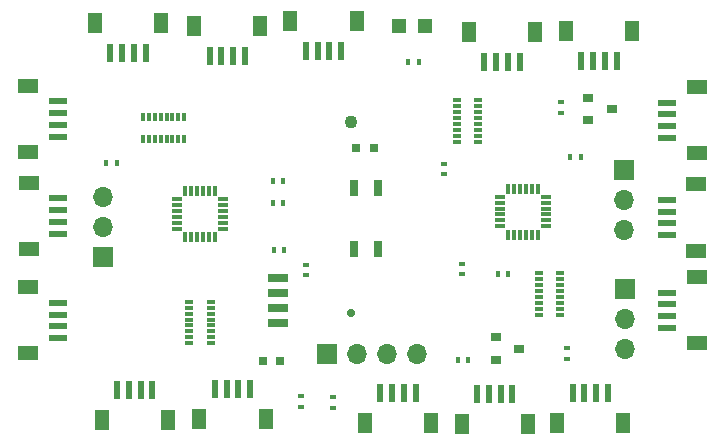
<source format=gts>
G04 #@! TF.GenerationSoftware,KiCad,Pcbnew,no-vcs-found-ecdfa40~58~ubuntu16.04.1*
G04 #@! TF.CreationDate,2017-03-20T23:24:32+01:00*
G04 #@! TF.ProjectId,GhostSensorboard,47686F737453656E736F72626F617264,rev?*
G04 #@! TF.FileFunction,Soldermask,Top*
G04 #@! TF.FilePolarity,Negative*
%FSLAX46Y46*%
G04 Gerber Fmt 4.6, Leading zero omitted, Abs format (unit mm)*
G04 Created by KiCad (PCBNEW no-vcs-found-ecdfa40~58~ubuntu16.04.1) date Mon Mar 20 23:24:32 2017*
%MOMM*%
%LPD*%
G01*
G04 APERTURE LIST*
%ADD10C,0.100000*%
%ADD11R,1.800000X0.800000*%
%ADD12C,0.700000*%
%ADD13C,1.100000*%
%ADD14R,0.800000X0.750000*%
%ADD15R,1.200000X1.200000*%
%ADD16O,1.700000X1.700000*%
%ADD17R,1.700000X1.700000*%
%ADD18R,0.900000X0.800000*%
%ADD19R,0.800000X0.300000*%
%ADD20R,0.300000X0.800000*%
%ADD21R,0.700000X1.450000*%
%ADD22R,0.850000X0.300000*%
%ADD23R,0.300000X0.850000*%
%ADD24R,1.550000X0.600000*%
%ADD25R,1.800000X1.200000*%
%ADD26R,1.200000X1.800000*%
%ADD27R,0.600000X1.550000*%
%ADD28R,0.600000X0.400000*%
%ADD29R,0.400000X0.600000*%
G04 APERTURE END LIST*
D10*
D11*
X91884500Y-103718360D03*
X91884500Y-102448360D03*
X91884500Y-101178360D03*
X91884500Y-99908360D03*
D12*
X98052380Y-102884580D03*
D13*
X98052380Y-86734580D03*
D14*
X92065540Y-106926380D03*
X90565540Y-106926380D03*
X99960000Y-88940000D03*
X98460000Y-88940000D03*
D15*
X102110000Y-78550000D03*
X104310000Y-78550000D03*
D16*
X77033120Y-93091000D03*
X77033120Y-95631000D03*
D17*
X77033120Y-98171000D03*
X121224040Y-100893880D03*
D16*
X121224040Y-103433880D03*
X121224040Y-105973880D03*
X121122440Y-95844360D03*
X121122440Y-93304360D03*
D17*
X121122440Y-90764360D03*
D18*
X112300000Y-105900000D03*
X110300000Y-106850000D03*
X110300000Y-104950000D03*
X118103900Y-84648000D03*
X118103900Y-86548000D03*
X120103900Y-85598000D03*
D19*
X115750000Y-103020000D03*
X113950000Y-103020000D03*
X115750000Y-99520000D03*
X113950000Y-99520000D03*
X115750000Y-102520000D03*
X115750000Y-102020000D03*
X115750000Y-101520000D03*
X115750000Y-101020000D03*
X115750000Y-100520000D03*
X115750000Y-100020000D03*
X113950000Y-102520000D03*
X113950000Y-102020000D03*
X113950000Y-101520000D03*
X113950000Y-100520000D03*
X113950000Y-101020000D03*
X113950000Y-100020000D03*
X106973800Y-85369080D03*
X106973800Y-86369080D03*
X106973800Y-85869080D03*
X106973800Y-86869080D03*
X106973800Y-87369080D03*
X106973800Y-87869080D03*
X108773800Y-85369080D03*
X108773800Y-85869080D03*
X108773800Y-86369080D03*
X108773800Y-86869080D03*
X108773800Y-87369080D03*
X108773800Y-87869080D03*
X106973800Y-84869080D03*
X108773800Y-84869080D03*
X106973800Y-88369080D03*
X108773800Y-88369080D03*
X86142400Y-104942960D03*
X86142400Y-103942960D03*
X86142400Y-104442960D03*
X86142400Y-103442960D03*
X86142400Y-102942960D03*
X86142400Y-102442960D03*
X84342400Y-104942960D03*
X84342400Y-104442960D03*
X84342400Y-103942960D03*
X84342400Y-103442960D03*
X84342400Y-102942960D03*
X84342400Y-102442960D03*
X86142400Y-105442960D03*
X84342400Y-105442960D03*
X86142400Y-101942960D03*
X84342400Y-101942960D03*
D20*
X80421540Y-88113440D03*
X80421540Y-86313440D03*
X83921540Y-88113440D03*
X83921540Y-86313440D03*
X80921540Y-88113440D03*
X81421540Y-88113440D03*
X81921540Y-88113440D03*
X82421540Y-88113440D03*
X82921540Y-88113440D03*
X83421540Y-88113440D03*
X80921540Y-86313440D03*
X81421540Y-86313440D03*
X81921540Y-86313440D03*
X82921540Y-86313440D03*
X82421540Y-86313440D03*
X83421540Y-86313440D03*
D21*
X100310000Y-92340000D03*
X100310000Y-97500000D03*
X98310000Y-97500000D03*
X98310000Y-92340000D03*
D22*
X114558360Y-95544960D03*
X114558360Y-95044960D03*
X114558360Y-94544960D03*
X114558360Y-94044960D03*
X114558360Y-93544960D03*
X114558360Y-93044960D03*
D23*
X113858360Y-92344960D03*
X113358360Y-92344960D03*
X112858360Y-92344960D03*
X112358360Y-92344960D03*
X111858360Y-92344960D03*
X111358360Y-92344960D03*
D22*
X110658360Y-93044960D03*
X110658360Y-93544960D03*
X110658360Y-94044960D03*
X110658360Y-94544960D03*
X110658360Y-95044960D03*
X110658360Y-95544960D03*
D23*
X111358360Y-96244960D03*
X111858360Y-96244960D03*
X112358360Y-96244960D03*
X112858360Y-96244960D03*
X113358360Y-96244960D03*
X113858360Y-96244960D03*
D24*
X124767220Y-101159180D03*
X124767220Y-102159180D03*
X124767220Y-103159180D03*
X124767220Y-104159180D03*
D25*
X127292220Y-99859180D03*
X127292220Y-105459180D03*
D26*
X115503040Y-112217320D03*
X121103040Y-112217320D03*
D27*
X116803040Y-109692320D03*
X117803040Y-109692320D03*
X118803040Y-109692320D03*
X119803040Y-109692320D03*
X111697900Y-109738040D03*
X110697900Y-109738040D03*
X109697900Y-109738040D03*
X108697900Y-109738040D03*
D26*
X112997900Y-112263040D03*
X107397900Y-112263040D03*
X99219100Y-112204620D03*
X104819100Y-112204620D03*
D27*
X100519100Y-109679620D03*
X101519100Y-109679620D03*
X102519100Y-109679620D03*
X103519100Y-109679620D03*
D23*
X84007640Y-92548160D03*
X84507640Y-92548160D03*
X85007640Y-92548160D03*
X85507640Y-92548160D03*
X86007640Y-92548160D03*
X86507640Y-92548160D03*
D22*
X87207640Y-93248160D03*
X87207640Y-93748160D03*
X87207640Y-94248160D03*
X87207640Y-94748160D03*
X87207640Y-95248160D03*
X87207640Y-95748160D03*
D23*
X86507640Y-96448160D03*
X86007640Y-96448160D03*
X85507640Y-96448160D03*
X85007640Y-96448160D03*
X84507640Y-96448160D03*
X84007640Y-96448160D03*
D22*
X83307640Y-95748160D03*
X83307640Y-95248160D03*
X83307640Y-94748160D03*
X83307640Y-94248160D03*
X83307640Y-93748160D03*
X83307640Y-93248160D03*
D27*
X109307500Y-81625560D03*
X110307500Y-81625560D03*
X111307500Y-81625560D03*
X112307500Y-81625560D03*
D26*
X108007500Y-79100560D03*
X113607500Y-79100560D03*
D25*
X127302380Y-89368280D03*
X127302380Y-83768280D03*
D24*
X124777380Y-88068280D03*
X124777380Y-87068280D03*
X124777380Y-86068280D03*
X124777380Y-85068280D03*
X124762140Y-93302960D03*
X124762140Y-94302960D03*
X124762140Y-95302960D03*
X124762140Y-96302960D03*
D25*
X127287140Y-92002960D03*
X127287140Y-97602960D03*
D26*
X121839640Y-79029440D03*
X116239640Y-79029440D03*
D27*
X120539640Y-81554440D03*
X119539640Y-81554440D03*
X118539640Y-81554440D03*
X117539640Y-81554440D03*
X77670400Y-80886300D03*
X78670400Y-80886300D03*
X79670400Y-80886300D03*
X80670400Y-80886300D03*
D26*
X76370400Y-78361300D03*
X81970400Y-78361300D03*
D25*
X70680460Y-83676840D03*
X70680460Y-89276840D03*
D24*
X73205460Y-84976840D03*
X73205460Y-85976840D03*
X73205460Y-86976840D03*
X73205460Y-87976840D03*
D26*
X85208460Y-111849020D03*
X90808460Y-111849020D03*
D27*
X86508460Y-109324020D03*
X87508460Y-109324020D03*
X88508460Y-109324020D03*
X89508460Y-109324020D03*
X81215360Y-109405300D03*
X80215360Y-109405300D03*
X79215360Y-109405300D03*
X78215360Y-109405300D03*
D26*
X82515360Y-111930300D03*
X76915360Y-111930300D03*
D25*
X70700780Y-100712620D03*
X70700780Y-106312620D03*
D24*
X73225780Y-102012620D03*
X73225780Y-103012620D03*
X73225780Y-104012620D03*
X73225780Y-105012620D03*
X73258800Y-96183580D03*
X73258800Y-95183580D03*
X73258800Y-94183580D03*
X73258800Y-93183580D03*
D25*
X70733800Y-97483580D03*
X70733800Y-91883580D03*
D26*
X90369040Y-78579860D03*
X84769040Y-78579860D03*
D27*
X89069040Y-81104860D03*
X88069040Y-81104860D03*
X87069040Y-81104860D03*
X86069040Y-81104860D03*
X94206060Y-80678020D03*
X95206060Y-80678020D03*
X96206060Y-80678020D03*
X97206060Y-80678020D03*
D26*
X92906060Y-78153020D03*
X98506060Y-78153020D03*
D28*
X105950000Y-90240000D03*
X105950000Y-91140000D03*
D29*
X91498000Y-97574100D03*
X92398000Y-97574100D03*
X107058040Y-106847640D03*
X107958040Y-106847640D03*
D28*
X94244160Y-98800500D03*
X94244160Y-99700500D03*
D29*
X103770000Y-81660000D03*
X102870000Y-81660000D03*
D28*
X116367560Y-105864240D03*
X116367560Y-106764240D03*
X115798600Y-85013380D03*
X115798600Y-85913380D03*
D29*
X117480500Y-89649300D03*
X116580500Y-89649300D03*
X92293860Y-93606620D03*
X91393860Y-93606620D03*
X92309100Y-91688920D03*
X91409100Y-91688920D03*
D28*
X107430000Y-98710000D03*
X107430000Y-99610000D03*
D29*
X111350000Y-99550000D03*
X110450000Y-99550000D03*
X77296860Y-90200480D03*
X78196860Y-90200480D03*
D28*
X93830000Y-109920000D03*
X93830000Y-110820000D03*
X96550480Y-109994280D03*
X96550480Y-110894280D03*
D16*
X103621840Y-106365040D03*
X101081840Y-106365040D03*
X98541840Y-106365040D03*
D17*
X96001840Y-106365040D03*
M02*

</source>
